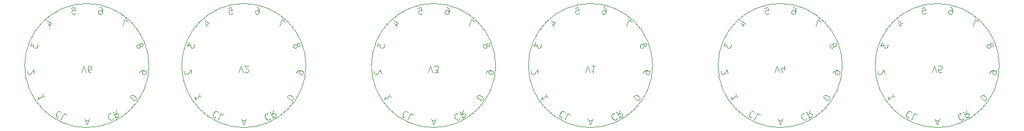
<source format=gbo>
G04 #@! TF.GenerationSoftware,KiCad,Pcbnew,8.0.5+1*
G04 #@! TF.CreationDate,2024-11-03T00:00:47+00:00*
G04 #@! TF.ProjectId,nixie_clock,6e697869-655f-4636-9c6f-636b2e6b6963,rev?*
G04 #@! TF.SameCoordinates,Original*
G04 #@! TF.FileFunction,Legend,Bot*
G04 #@! TF.FilePolarity,Positive*
%FSLAX46Y46*%
G04 Gerber Fmt 4.6, Leading zero omitted, Abs format (unit mm)*
G04 Created by KiCad (PCBNEW 8.0.5+1) date 2024-11-03 00:00:47*
%MOMM*%
%LPD*%
G01*
G04 APERTURE LIST*
%ADD10C,0.100000*%
%ADD11O,1.800000X1.800000*%
%ADD12O,1.500000X1.500000*%
%ADD13O,2.000000X3.000000*%
%ADD14C,2.000000*%
G04 APERTURE END LIST*
D10*
X183190476Y-101042580D02*
X183523809Y-100042580D01*
X183523809Y-100042580D02*
X183857142Y-101042580D01*
X184619047Y-100709247D02*
X184619047Y-100042580D01*
X184380952Y-101090200D02*
X184142857Y-100375914D01*
X184142857Y-100375914D02*
X184761904Y-100375914D01*
X181584434Y-91194636D02*
X182046786Y-91080670D01*
X182046786Y-91080670D02*
X182206988Y-91531625D01*
X182206988Y-91531625D02*
X182149356Y-91496786D01*
X182149356Y-91496786D02*
X182045489Y-91473344D01*
X182045489Y-91473344D02*
X181814313Y-91530328D01*
X181814313Y-91530328D02*
X181733239Y-91599356D01*
X181733239Y-91599356D02*
X181698401Y-91656988D01*
X181698401Y-91656988D02*
X181674959Y-91760855D01*
X181674959Y-91760855D02*
X181731942Y-91992031D01*
X181731942Y-91992031D02*
X181800971Y-92073104D01*
X181800971Y-92073104D02*
X181858603Y-92107943D01*
X181858603Y-92107943D02*
X181962470Y-92131385D01*
X181962470Y-92131385D02*
X182193646Y-92074401D01*
X182193646Y-92074401D02*
X182274719Y-92005373D01*
X182274719Y-92005373D02*
X182309558Y-91947741D01*
X185999447Y-91092066D02*
X186184388Y-91137653D01*
X186184388Y-91137653D02*
X186265462Y-91206681D01*
X186265462Y-91206681D02*
X186300300Y-91264313D01*
X186300300Y-91264313D02*
X186358580Y-91425812D01*
X186358580Y-91425812D02*
X186359229Y-91622149D01*
X186359229Y-91622149D02*
X186268056Y-91992031D01*
X186268056Y-91992031D02*
X186199027Y-92073104D01*
X186199027Y-92073104D02*
X186141395Y-92107943D01*
X186141395Y-92107943D02*
X186037528Y-92131384D01*
X186037528Y-92131384D02*
X185852588Y-92085798D01*
X185852588Y-92085798D02*
X185771514Y-92016769D01*
X185771514Y-92016769D02*
X185736676Y-91959138D01*
X185736676Y-91959138D02*
X185713234Y-91855271D01*
X185713234Y-91855271D02*
X185770217Y-91624095D01*
X185770217Y-91624095D02*
X185839246Y-91543021D01*
X185839246Y-91543021D02*
X185896877Y-91508183D01*
X185896877Y-91508183D02*
X186000744Y-91484741D01*
X186000744Y-91484741D02*
X186185685Y-91530327D01*
X186185685Y-91530327D02*
X186266759Y-91599356D01*
X186266759Y-91599356D02*
X186301597Y-91656988D01*
X186301597Y-91656988D02*
X186325039Y-91760855D01*
X178025757Y-93543726D02*
X178467843Y-94042729D01*
X177951351Y-93100694D02*
X178603231Y-93477452D01*
X178603231Y-93477452D02*
X178139871Y-93887961D01*
X191484794Y-105224255D02*
X191538896Y-105145877D01*
X191538896Y-105145877D02*
X191553809Y-105040447D01*
X191553809Y-105040447D02*
X191541670Y-104974206D01*
X191541670Y-104974206D02*
X191490343Y-104880914D01*
X191490343Y-104880914D02*
X191360636Y-104733521D01*
X191360636Y-104733521D02*
X191164689Y-104598265D01*
X191164689Y-104598265D02*
X190980880Y-104529250D01*
X190980880Y-104529250D02*
X190875450Y-104514337D01*
X190875450Y-104514337D02*
X190809210Y-104526475D01*
X190809210Y-104526475D02*
X190715918Y-104577803D01*
X190715918Y-104577803D02*
X190661816Y-104656182D01*
X190661816Y-104656182D02*
X190646903Y-104761612D01*
X190646903Y-104761612D02*
X190659041Y-104827852D01*
X190659041Y-104827852D02*
X190710369Y-104921144D01*
X190710369Y-104921144D02*
X190840076Y-105068538D01*
X190840076Y-105068538D02*
X191036023Y-105203794D01*
X191036023Y-105203794D02*
X191219832Y-105272809D01*
X191219832Y-105272809D02*
X191325261Y-105287721D01*
X191325261Y-105287721D02*
X191391502Y-105275583D01*
X191391502Y-105275583D02*
X191484794Y-105224255D01*
X177473439Y-104852130D02*
X177148826Y-104381857D01*
X177311132Y-104616993D02*
X176488155Y-105185067D01*
X176488155Y-105185067D02*
X176551621Y-105025535D01*
X176551621Y-105025535D02*
X176575897Y-104893054D01*
X176575897Y-104893054D02*
X176560984Y-104787624D01*
X187652674Y-107369462D02*
X187588380Y-107349427D01*
X187588380Y-107349427D02*
X187439756Y-107373651D01*
X187439756Y-107373651D02*
X187355427Y-107417910D01*
X187355427Y-107417910D02*
X187251062Y-107526463D01*
X187251062Y-107526463D02*
X187210992Y-107655051D01*
X187210992Y-107655051D02*
X187213086Y-107761510D01*
X187213086Y-107761510D02*
X187259439Y-107952298D01*
X187259439Y-107952298D02*
X187325827Y-108078792D01*
X187325827Y-108078792D02*
X187456510Y-108225321D01*
X187456510Y-108225321D02*
X187542933Y-108287521D01*
X187542933Y-108287521D02*
X187671522Y-108327592D01*
X187671522Y-108327592D02*
X187820145Y-108303368D01*
X187820145Y-108303368D02*
X187904475Y-108259109D01*
X187904475Y-108259109D02*
X188008839Y-108150556D01*
X188008839Y-108150556D02*
X188028874Y-108086262D01*
X188493873Y-106820415D02*
X188420015Y-107396968D01*
X187987897Y-107085968D02*
X188452616Y-107971426D01*
X188452616Y-107971426D02*
X188789933Y-107794391D01*
X188789933Y-107794391D02*
X188852133Y-107707967D01*
X188852133Y-107707967D02*
X188872168Y-107643673D01*
X188872168Y-107643673D02*
X188870074Y-107537214D01*
X188870074Y-107537214D02*
X188803686Y-107410720D01*
X188803686Y-107410720D02*
X188717262Y-107348520D01*
X188717262Y-107348520D02*
X188652968Y-107328485D01*
X188652968Y-107328485D02*
X188546509Y-107330579D01*
X188546509Y-107330579D02*
X188209192Y-107507615D01*
X192045359Y-101168759D02*
X192068321Y-100979672D01*
X192068321Y-100979672D02*
X192127074Y-100890869D01*
X192127074Y-100890869D02*
X192180086Y-100849338D01*
X192180086Y-100849338D02*
X192333383Y-100772016D01*
X192333383Y-100772016D02*
X192528211Y-100747707D01*
X192528211Y-100747707D02*
X192906385Y-100793632D01*
X192906385Y-100793632D02*
X192995187Y-100852385D01*
X192995187Y-100852385D02*
X193036719Y-100905397D01*
X193036719Y-100905397D02*
X193072509Y-101005681D01*
X193072509Y-101005681D02*
X193049547Y-101194768D01*
X193049547Y-101194768D02*
X192990794Y-101283571D01*
X192990794Y-101283571D02*
X192937781Y-101325103D01*
X192937781Y-101325103D02*
X192837497Y-101360893D01*
X192837497Y-101360893D02*
X192601139Y-101332190D01*
X192601139Y-101332190D02*
X192512336Y-101273437D01*
X192512336Y-101273437D02*
X192470804Y-101220425D01*
X192470804Y-101220425D02*
X192435014Y-101120141D01*
X192435014Y-101120141D02*
X192457976Y-100931054D01*
X192457976Y-100931054D02*
X192516729Y-100842251D01*
X192516729Y-100842251D02*
X192569742Y-100800719D01*
X192569742Y-100800719D02*
X192670026Y-100764929D01*
X183761905Y-108413295D02*
X184238095Y-108413295D01*
X183666667Y-108127580D02*
X184000000Y-109127580D01*
X184000000Y-109127580D02*
X184333333Y-108127580D01*
X192167487Y-97004340D02*
X192245783Y-97076503D01*
X192245783Y-97076503D02*
X192307194Y-97104142D01*
X192307194Y-97104142D02*
X192413129Y-97114895D01*
X192413129Y-97114895D02*
X192457653Y-97098010D01*
X192457653Y-97098010D02*
X192529817Y-97019713D01*
X192529817Y-97019713D02*
X192557456Y-96958303D01*
X192557456Y-96958303D02*
X192568209Y-96852368D01*
X192568209Y-96852368D02*
X192500666Y-96674269D01*
X192500666Y-96674269D02*
X192422370Y-96602106D01*
X192422370Y-96602106D02*
X192360959Y-96574467D01*
X192360959Y-96574467D02*
X192255024Y-96563714D01*
X192255024Y-96563714D02*
X192210500Y-96580600D01*
X192210500Y-96580600D02*
X192138336Y-96658896D01*
X192138336Y-96658896D02*
X192110697Y-96720306D01*
X192110697Y-96720306D02*
X192099944Y-96826241D01*
X192099944Y-96826241D02*
X192167487Y-97004340D01*
X192167487Y-97004340D02*
X192156734Y-97110275D01*
X192156734Y-97110275D02*
X192129095Y-97171685D01*
X192129095Y-97171685D02*
X192056932Y-97249981D01*
X192056932Y-97249981D02*
X191878833Y-97317525D01*
X191878833Y-97317525D02*
X191772898Y-97306771D01*
X191772898Y-97306771D02*
X191711487Y-97279133D01*
X191711487Y-97279133D02*
X191633191Y-97206969D01*
X191633191Y-97206969D02*
X191565648Y-97028870D01*
X191565648Y-97028870D02*
X191576401Y-96922935D01*
X191576401Y-96922935D02*
X191604040Y-96861525D01*
X191604040Y-96861525D02*
X191676204Y-96783229D01*
X191676204Y-96783229D02*
X191854302Y-96715686D01*
X191854302Y-96715686D02*
X191960237Y-96726439D01*
X191960237Y-96726439D02*
X192021648Y-96754078D01*
X192021648Y-96754078D02*
X192099944Y-96826241D01*
X180094337Y-107236686D02*
X180074302Y-107172391D01*
X180074302Y-107172391D02*
X179969937Y-107063838D01*
X179969937Y-107063838D02*
X179885608Y-107019580D01*
X179885608Y-107019580D02*
X179736984Y-106995356D01*
X179736984Y-106995356D02*
X179608396Y-107035426D01*
X179608396Y-107035426D02*
X179521972Y-107097626D01*
X179521972Y-107097626D02*
X179391290Y-107244156D01*
X179391290Y-107244156D02*
X179324901Y-107370650D01*
X179324901Y-107370650D02*
X179278548Y-107561438D01*
X179278548Y-107561438D02*
X179276454Y-107667897D01*
X179276454Y-107667897D02*
X179316525Y-107796485D01*
X179316525Y-107796485D02*
X179420889Y-107905038D01*
X179420889Y-107905038D02*
X179505219Y-107949297D01*
X179505219Y-107949297D02*
X179653842Y-107973521D01*
X179653842Y-107973521D02*
X179718136Y-107953485D01*
X180939725Y-107572816D02*
X180518078Y-107351521D01*
X180518078Y-107351521D02*
X180053360Y-108236980D01*
X175583762Y-96451647D02*
X175364247Y-97030467D01*
X175364247Y-97030467D02*
X175838644Y-96853881D01*
X175838644Y-96853881D02*
X175787987Y-96987455D01*
X175787987Y-96987455D02*
X175798740Y-97093390D01*
X175798740Y-97093390D02*
X175826379Y-97154800D01*
X175826379Y-97154800D02*
X175898542Y-97233097D01*
X175898542Y-97233097D02*
X176121166Y-97317525D01*
X176121166Y-97317525D02*
X176227101Y-97306772D01*
X176227101Y-97306772D02*
X176288511Y-97279133D01*
X176288511Y-97279133D02*
X176366807Y-97206970D01*
X176366807Y-97206970D02*
X176468122Y-96939822D01*
X176468122Y-96939822D02*
X176457369Y-96833887D01*
X176457369Y-96833887D02*
X176429730Y-96772477D01*
X174999071Y-100805114D02*
X174957540Y-100858126D01*
X174957540Y-100858126D02*
X174921749Y-100958411D01*
X174921749Y-100958411D02*
X174950452Y-101194769D01*
X174950452Y-101194769D02*
X175009205Y-101283572D01*
X175009205Y-101283572D02*
X175062218Y-101325103D01*
X175062218Y-101325103D02*
X175162502Y-101360894D01*
X175162502Y-101360894D02*
X175257045Y-101349413D01*
X175257045Y-101349413D02*
X175393120Y-101284919D01*
X175393120Y-101284919D02*
X175891494Y-100648771D01*
X175891494Y-100648771D02*
X175966122Y-101263304D01*
X190302214Y-93388957D02*
X189803211Y-92946871D01*
X189803211Y-92946871D02*
X189460869Y-93979573D01*
X207190476Y-101042580D02*
X207523809Y-100042580D01*
X207523809Y-100042580D02*
X207857142Y-101042580D01*
X208666666Y-101042580D02*
X208190476Y-101042580D01*
X208190476Y-101042580D02*
X208142857Y-100566390D01*
X208142857Y-100566390D02*
X208190476Y-100614009D01*
X208190476Y-100614009D02*
X208285714Y-100661628D01*
X208285714Y-100661628D02*
X208523809Y-100661628D01*
X208523809Y-100661628D02*
X208619047Y-100614009D01*
X208619047Y-100614009D02*
X208666666Y-100566390D01*
X208666666Y-100566390D02*
X208714285Y-100471152D01*
X208714285Y-100471152D02*
X208714285Y-100233057D01*
X208714285Y-100233057D02*
X208666666Y-100137819D01*
X208666666Y-100137819D02*
X208619047Y-100090200D01*
X208619047Y-100090200D02*
X208523809Y-100042580D01*
X208523809Y-100042580D02*
X208285714Y-100042580D01*
X208285714Y-100042580D02*
X208190476Y-100090200D01*
X208190476Y-100090200D02*
X208142857Y-100137819D01*
X214302214Y-93388957D02*
X213803211Y-92946871D01*
X213803211Y-92946871D02*
X213460869Y-93979573D01*
X198999071Y-100805114D02*
X198957540Y-100858126D01*
X198957540Y-100858126D02*
X198921749Y-100958411D01*
X198921749Y-100958411D02*
X198950452Y-101194769D01*
X198950452Y-101194769D02*
X199009205Y-101283572D01*
X199009205Y-101283572D02*
X199062218Y-101325103D01*
X199062218Y-101325103D02*
X199162502Y-101360894D01*
X199162502Y-101360894D02*
X199257045Y-101349413D01*
X199257045Y-101349413D02*
X199393120Y-101284919D01*
X199393120Y-101284919D02*
X199891494Y-100648771D01*
X199891494Y-100648771D02*
X199966122Y-101263304D01*
X205584434Y-91194636D02*
X206046786Y-91080670D01*
X206046786Y-91080670D02*
X206206988Y-91531625D01*
X206206988Y-91531625D02*
X206149356Y-91496786D01*
X206149356Y-91496786D02*
X206045489Y-91473344D01*
X206045489Y-91473344D02*
X205814313Y-91530328D01*
X205814313Y-91530328D02*
X205733239Y-91599356D01*
X205733239Y-91599356D02*
X205698401Y-91656988D01*
X205698401Y-91656988D02*
X205674959Y-91760855D01*
X205674959Y-91760855D02*
X205731942Y-91992031D01*
X205731942Y-91992031D02*
X205800971Y-92073104D01*
X205800971Y-92073104D02*
X205858603Y-92107943D01*
X205858603Y-92107943D02*
X205962470Y-92131385D01*
X205962470Y-92131385D02*
X206193646Y-92074401D01*
X206193646Y-92074401D02*
X206274719Y-92005373D01*
X206274719Y-92005373D02*
X206309558Y-91947741D01*
X204094337Y-107236686D02*
X204074302Y-107172391D01*
X204074302Y-107172391D02*
X203969937Y-107063838D01*
X203969937Y-107063838D02*
X203885608Y-107019580D01*
X203885608Y-107019580D02*
X203736984Y-106995356D01*
X203736984Y-106995356D02*
X203608396Y-107035426D01*
X203608396Y-107035426D02*
X203521972Y-107097626D01*
X203521972Y-107097626D02*
X203391290Y-107244156D01*
X203391290Y-107244156D02*
X203324901Y-107370650D01*
X203324901Y-107370650D02*
X203278548Y-107561438D01*
X203278548Y-107561438D02*
X203276454Y-107667897D01*
X203276454Y-107667897D02*
X203316525Y-107796485D01*
X203316525Y-107796485D02*
X203420889Y-107905038D01*
X203420889Y-107905038D02*
X203505219Y-107949297D01*
X203505219Y-107949297D02*
X203653842Y-107973521D01*
X203653842Y-107973521D02*
X203718136Y-107953485D01*
X204939725Y-107572816D02*
X204518078Y-107351521D01*
X204518078Y-107351521D02*
X204053360Y-108236980D01*
X215484794Y-105224255D02*
X215538896Y-105145877D01*
X215538896Y-105145877D02*
X215553809Y-105040447D01*
X215553809Y-105040447D02*
X215541670Y-104974206D01*
X215541670Y-104974206D02*
X215490343Y-104880914D01*
X215490343Y-104880914D02*
X215360636Y-104733521D01*
X215360636Y-104733521D02*
X215164689Y-104598265D01*
X215164689Y-104598265D02*
X214980880Y-104529250D01*
X214980880Y-104529250D02*
X214875450Y-104514337D01*
X214875450Y-104514337D02*
X214809210Y-104526475D01*
X214809210Y-104526475D02*
X214715918Y-104577803D01*
X214715918Y-104577803D02*
X214661816Y-104656182D01*
X214661816Y-104656182D02*
X214646903Y-104761612D01*
X214646903Y-104761612D02*
X214659041Y-104827852D01*
X214659041Y-104827852D02*
X214710369Y-104921144D01*
X214710369Y-104921144D02*
X214840076Y-105068538D01*
X214840076Y-105068538D02*
X215036023Y-105203794D01*
X215036023Y-105203794D02*
X215219832Y-105272809D01*
X215219832Y-105272809D02*
X215325261Y-105287721D01*
X215325261Y-105287721D02*
X215391502Y-105275583D01*
X215391502Y-105275583D02*
X215484794Y-105224255D01*
X202025757Y-93543726D02*
X202467843Y-94042729D01*
X201951351Y-93100694D02*
X202603231Y-93477452D01*
X202603231Y-93477452D02*
X202139871Y-93887961D01*
X207761905Y-108413295D02*
X208238095Y-108413295D01*
X207666667Y-108127580D02*
X208000000Y-109127580D01*
X208000000Y-109127580D02*
X208333333Y-108127580D01*
X209999447Y-91092066D02*
X210184388Y-91137653D01*
X210184388Y-91137653D02*
X210265462Y-91206681D01*
X210265462Y-91206681D02*
X210300300Y-91264313D01*
X210300300Y-91264313D02*
X210358580Y-91425812D01*
X210358580Y-91425812D02*
X210359229Y-91622149D01*
X210359229Y-91622149D02*
X210268056Y-91992031D01*
X210268056Y-91992031D02*
X210199027Y-92073104D01*
X210199027Y-92073104D02*
X210141395Y-92107943D01*
X210141395Y-92107943D02*
X210037528Y-92131384D01*
X210037528Y-92131384D02*
X209852588Y-92085798D01*
X209852588Y-92085798D02*
X209771514Y-92016769D01*
X209771514Y-92016769D02*
X209736676Y-91959138D01*
X209736676Y-91959138D02*
X209713234Y-91855271D01*
X209713234Y-91855271D02*
X209770217Y-91624095D01*
X209770217Y-91624095D02*
X209839246Y-91543021D01*
X209839246Y-91543021D02*
X209896877Y-91508183D01*
X209896877Y-91508183D02*
X210000744Y-91484741D01*
X210000744Y-91484741D02*
X210185685Y-91530327D01*
X210185685Y-91530327D02*
X210266759Y-91599356D01*
X210266759Y-91599356D02*
X210301597Y-91656988D01*
X210301597Y-91656988D02*
X210325039Y-91760855D01*
X199583762Y-96451647D02*
X199364247Y-97030467D01*
X199364247Y-97030467D02*
X199838644Y-96853881D01*
X199838644Y-96853881D02*
X199787987Y-96987455D01*
X199787987Y-96987455D02*
X199798740Y-97093390D01*
X199798740Y-97093390D02*
X199826379Y-97154800D01*
X199826379Y-97154800D02*
X199898542Y-97233097D01*
X199898542Y-97233097D02*
X200121166Y-97317525D01*
X200121166Y-97317525D02*
X200227101Y-97306772D01*
X200227101Y-97306772D02*
X200288511Y-97279133D01*
X200288511Y-97279133D02*
X200366807Y-97206970D01*
X200366807Y-97206970D02*
X200468122Y-96939822D01*
X200468122Y-96939822D02*
X200457369Y-96833887D01*
X200457369Y-96833887D02*
X200429730Y-96772477D01*
X216045359Y-101168759D02*
X216068321Y-100979672D01*
X216068321Y-100979672D02*
X216127074Y-100890869D01*
X216127074Y-100890869D02*
X216180086Y-100849338D01*
X216180086Y-100849338D02*
X216333383Y-100772016D01*
X216333383Y-100772016D02*
X216528211Y-100747707D01*
X216528211Y-100747707D02*
X216906385Y-100793632D01*
X216906385Y-100793632D02*
X216995187Y-100852385D01*
X216995187Y-100852385D02*
X217036719Y-100905397D01*
X217036719Y-100905397D02*
X217072509Y-101005681D01*
X217072509Y-101005681D02*
X217049547Y-101194768D01*
X217049547Y-101194768D02*
X216990794Y-101283571D01*
X216990794Y-101283571D02*
X216937781Y-101325103D01*
X216937781Y-101325103D02*
X216837497Y-101360893D01*
X216837497Y-101360893D02*
X216601139Y-101332190D01*
X216601139Y-101332190D02*
X216512336Y-101273437D01*
X216512336Y-101273437D02*
X216470804Y-101220425D01*
X216470804Y-101220425D02*
X216435014Y-101120141D01*
X216435014Y-101120141D02*
X216457976Y-100931054D01*
X216457976Y-100931054D02*
X216516729Y-100842251D01*
X216516729Y-100842251D02*
X216569742Y-100800719D01*
X216569742Y-100800719D02*
X216670026Y-100764929D01*
X201473439Y-104852130D02*
X201148826Y-104381857D01*
X201311132Y-104616993D02*
X200488155Y-105185067D01*
X200488155Y-105185067D02*
X200551621Y-105025535D01*
X200551621Y-105025535D02*
X200575897Y-104893054D01*
X200575897Y-104893054D02*
X200560984Y-104787624D01*
X216167487Y-97004340D02*
X216245783Y-97076503D01*
X216245783Y-97076503D02*
X216307194Y-97104142D01*
X216307194Y-97104142D02*
X216413129Y-97114895D01*
X216413129Y-97114895D02*
X216457653Y-97098010D01*
X216457653Y-97098010D02*
X216529817Y-97019713D01*
X216529817Y-97019713D02*
X216557456Y-96958303D01*
X216557456Y-96958303D02*
X216568209Y-96852368D01*
X216568209Y-96852368D02*
X216500666Y-96674269D01*
X216500666Y-96674269D02*
X216422370Y-96602106D01*
X216422370Y-96602106D02*
X216360959Y-96574467D01*
X216360959Y-96574467D02*
X216255024Y-96563714D01*
X216255024Y-96563714D02*
X216210500Y-96580600D01*
X216210500Y-96580600D02*
X216138336Y-96658896D01*
X216138336Y-96658896D02*
X216110697Y-96720306D01*
X216110697Y-96720306D02*
X216099944Y-96826241D01*
X216099944Y-96826241D02*
X216167487Y-97004340D01*
X216167487Y-97004340D02*
X216156734Y-97110275D01*
X216156734Y-97110275D02*
X216129095Y-97171685D01*
X216129095Y-97171685D02*
X216056932Y-97249981D01*
X216056932Y-97249981D02*
X215878833Y-97317525D01*
X215878833Y-97317525D02*
X215772898Y-97306771D01*
X215772898Y-97306771D02*
X215711487Y-97279133D01*
X215711487Y-97279133D02*
X215633191Y-97206969D01*
X215633191Y-97206969D02*
X215565648Y-97028870D01*
X215565648Y-97028870D02*
X215576401Y-96922935D01*
X215576401Y-96922935D02*
X215604040Y-96861525D01*
X215604040Y-96861525D02*
X215676204Y-96783229D01*
X215676204Y-96783229D02*
X215854302Y-96715686D01*
X215854302Y-96715686D02*
X215960237Y-96726439D01*
X215960237Y-96726439D02*
X216021648Y-96754078D01*
X216021648Y-96754078D02*
X216099944Y-96826241D01*
X211652674Y-107369462D02*
X211588380Y-107349427D01*
X211588380Y-107349427D02*
X211439756Y-107373651D01*
X211439756Y-107373651D02*
X211355427Y-107417910D01*
X211355427Y-107417910D02*
X211251062Y-107526463D01*
X211251062Y-107526463D02*
X211210992Y-107655051D01*
X211210992Y-107655051D02*
X211213086Y-107761510D01*
X211213086Y-107761510D02*
X211259439Y-107952298D01*
X211259439Y-107952298D02*
X211325827Y-108078792D01*
X211325827Y-108078792D02*
X211456510Y-108225321D01*
X211456510Y-108225321D02*
X211542933Y-108287521D01*
X211542933Y-108287521D02*
X211671522Y-108327592D01*
X211671522Y-108327592D02*
X211820145Y-108303368D01*
X211820145Y-108303368D02*
X211904475Y-108259109D01*
X211904475Y-108259109D02*
X212008839Y-108150556D01*
X212008839Y-108150556D02*
X212028874Y-108086262D01*
X212493873Y-106820415D02*
X212420015Y-107396968D01*
X211987897Y-107085968D02*
X212452616Y-107971426D01*
X212452616Y-107971426D02*
X212789933Y-107794391D01*
X212789933Y-107794391D02*
X212852133Y-107707967D01*
X212852133Y-107707967D02*
X212872168Y-107643673D01*
X212872168Y-107643673D02*
X212870074Y-107537214D01*
X212870074Y-107537214D02*
X212803686Y-107410720D01*
X212803686Y-107410720D02*
X212717262Y-107348520D01*
X212717262Y-107348520D02*
X212652968Y-107328485D01*
X212652968Y-107328485D02*
X212546509Y-107330579D01*
X212546509Y-107330579D02*
X212209192Y-107507615D01*
X101190476Y-101042580D02*
X101523809Y-100042580D01*
X101523809Y-100042580D02*
X101857142Y-101042580D01*
X102142857Y-100947342D02*
X102190476Y-100994961D01*
X102190476Y-100994961D02*
X102285714Y-101042580D01*
X102285714Y-101042580D02*
X102523809Y-101042580D01*
X102523809Y-101042580D02*
X102619047Y-100994961D01*
X102619047Y-100994961D02*
X102666666Y-100947342D01*
X102666666Y-100947342D02*
X102714285Y-100852104D01*
X102714285Y-100852104D02*
X102714285Y-100756866D01*
X102714285Y-100756866D02*
X102666666Y-100614009D01*
X102666666Y-100614009D02*
X102095238Y-100042580D01*
X102095238Y-100042580D02*
X102714285Y-100042580D01*
X101761905Y-108413295D02*
X102238095Y-108413295D01*
X101666667Y-108127580D02*
X102000000Y-109127580D01*
X102000000Y-109127580D02*
X102333333Y-108127580D01*
X109484794Y-105224255D02*
X109538896Y-105145877D01*
X109538896Y-105145877D02*
X109553809Y-105040447D01*
X109553809Y-105040447D02*
X109541670Y-104974206D01*
X109541670Y-104974206D02*
X109490343Y-104880914D01*
X109490343Y-104880914D02*
X109360636Y-104733521D01*
X109360636Y-104733521D02*
X109164689Y-104598265D01*
X109164689Y-104598265D02*
X108980880Y-104529250D01*
X108980880Y-104529250D02*
X108875450Y-104514337D01*
X108875450Y-104514337D02*
X108809210Y-104526475D01*
X108809210Y-104526475D02*
X108715918Y-104577803D01*
X108715918Y-104577803D02*
X108661816Y-104656182D01*
X108661816Y-104656182D02*
X108646903Y-104761612D01*
X108646903Y-104761612D02*
X108659041Y-104827852D01*
X108659041Y-104827852D02*
X108710369Y-104921144D01*
X108710369Y-104921144D02*
X108840076Y-105068538D01*
X108840076Y-105068538D02*
X109036023Y-105203794D01*
X109036023Y-105203794D02*
X109219832Y-105272809D01*
X109219832Y-105272809D02*
X109325261Y-105287721D01*
X109325261Y-105287721D02*
X109391502Y-105275583D01*
X109391502Y-105275583D02*
X109484794Y-105224255D01*
X98094337Y-107236686D02*
X98074302Y-107172391D01*
X98074302Y-107172391D02*
X97969937Y-107063838D01*
X97969937Y-107063838D02*
X97885608Y-107019580D01*
X97885608Y-107019580D02*
X97736984Y-106995356D01*
X97736984Y-106995356D02*
X97608396Y-107035426D01*
X97608396Y-107035426D02*
X97521972Y-107097626D01*
X97521972Y-107097626D02*
X97391290Y-107244156D01*
X97391290Y-107244156D02*
X97324901Y-107370650D01*
X97324901Y-107370650D02*
X97278548Y-107561438D01*
X97278548Y-107561438D02*
X97276454Y-107667897D01*
X97276454Y-107667897D02*
X97316525Y-107796485D01*
X97316525Y-107796485D02*
X97420889Y-107905038D01*
X97420889Y-107905038D02*
X97505219Y-107949297D01*
X97505219Y-107949297D02*
X97653842Y-107973521D01*
X97653842Y-107973521D02*
X97718136Y-107953485D01*
X98939725Y-107572816D02*
X98518078Y-107351521D01*
X98518078Y-107351521D02*
X98053360Y-108236980D01*
X110167487Y-97004340D02*
X110245783Y-97076503D01*
X110245783Y-97076503D02*
X110307194Y-97104142D01*
X110307194Y-97104142D02*
X110413129Y-97114895D01*
X110413129Y-97114895D02*
X110457653Y-97098010D01*
X110457653Y-97098010D02*
X110529817Y-97019713D01*
X110529817Y-97019713D02*
X110557456Y-96958303D01*
X110557456Y-96958303D02*
X110568209Y-96852368D01*
X110568209Y-96852368D02*
X110500666Y-96674269D01*
X110500666Y-96674269D02*
X110422370Y-96602106D01*
X110422370Y-96602106D02*
X110360959Y-96574467D01*
X110360959Y-96574467D02*
X110255024Y-96563714D01*
X110255024Y-96563714D02*
X110210500Y-96580600D01*
X110210500Y-96580600D02*
X110138336Y-96658896D01*
X110138336Y-96658896D02*
X110110697Y-96720306D01*
X110110697Y-96720306D02*
X110099944Y-96826241D01*
X110099944Y-96826241D02*
X110167487Y-97004340D01*
X110167487Y-97004340D02*
X110156734Y-97110275D01*
X110156734Y-97110275D02*
X110129095Y-97171685D01*
X110129095Y-97171685D02*
X110056932Y-97249981D01*
X110056932Y-97249981D02*
X109878833Y-97317525D01*
X109878833Y-97317525D02*
X109772898Y-97306771D01*
X109772898Y-97306771D02*
X109711487Y-97279133D01*
X109711487Y-97279133D02*
X109633191Y-97206969D01*
X109633191Y-97206969D02*
X109565648Y-97028870D01*
X109565648Y-97028870D02*
X109576401Y-96922935D01*
X109576401Y-96922935D02*
X109604040Y-96861525D01*
X109604040Y-96861525D02*
X109676204Y-96783229D01*
X109676204Y-96783229D02*
X109854302Y-96715686D01*
X109854302Y-96715686D02*
X109960237Y-96726439D01*
X109960237Y-96726439D02*
X110021648Y-96754078D01*
X110021648Y-96754078D02*
X110099944Y-96826241D01*
X105652674Y-107369462D02*
X105588380Y-107349427D01*
X105588380Y-107349427D02*
X105439756Y-107373651D01*
X105439756Y-107373651D02*
X105355427Y-107417910D01*
X105355427Y-107417910D02*
X105251062Y-107526463D01*
X105251062Y-107526463D02*
X105210992Y-107655051D01*
X105210992Y-107655051D02*
X105213086Y-107761510D01*
X105213086Y-107761510D02*
X105259439Y-107952298D01*
X105259439Y-107952298D02*
X105325827Y-108078792D01*
X105325827Y-108078792D02*
X105456510Y-108225321D01*
X105456510Y-108225321D02*
X105542933Y-108287521D01*
X105542933Y-108287521D02*
X105671522Y-108327592D01*
X105671522Y-108327592D02*
X105820145Y-108303368D01*
X105820145Y-108303368D02*
X105904475Y-108259109D01*
X105904475Y-108259109D02*
X106008839Y-108150556D01*
X106008839Y-108150556D02*
X106028874Y-108086262D01*
X106493873Y-106820415D02*
X106420015Y-107396968D01*
X105987897Y-107085968D02*
X106452616Y-107971426D01*
X106452616Y-107971426D02*
X106789933Y-107794391D01*
X106789933Y-107794391D02*
X106852133Y-107707967D01*
X106852133Y-107707967D02*
X106872168Y-107643673D01*
X106872168Y-107643673D02*
X106870074Y-107537214D01*
X106870074Y-107537214D02*
X106803686Y-107410720D01*
X106803686Y-107410720D02*
X106717262Y-107348520D01*
X106717262Y-107348520D02*
X106652968Y-107328485D01*
X106652968Y-107328485D02*
X106546509Y-107330579D01*
X106546509Y-107330579D02*
X106209192Y-107507615D01*
X110045359Y-101168759D02*
X110068321Y-100979672D01*
X110068321Y-100979672D02*
X110127074Y-100890869D01*
X110127074Y-100890869D02*
X110180086Y-100849338D01*
X110180086Y-100849338D02*
X110333383Y-100772016D01*
X110333383Y-100772016D02*
X110528211Y-100747707D01*
X110528211Y-100747707D02*
X110906385Y-100793632D01*
X110906385Y-100793632D02*
X110995187Y-100852385D01*
X110995187Y-100852385D02*
X111036719Y-100905397D01*
X111036719Y-100905397D02*
X111072509Y-101005681D01*
X111072509Y-101005681D02*
X111049547Y-101194768D01*
X111049547Y-101194768D02*
X110990794Y-101283571D01*
X110990794Y-101283571D02*
X110937781Y-101325103D01*
X110937781Y-101325103D02*
X110837497Y-101360893D01*
X110837497Y-101360893D02*
X110601139Y-101332190D01*
X110601139Y-101332190D02*
X110512336Y-101273437D01*
X110512336Y-101273437D02*
X110470804Y-101220425D01*
X110470804Y-101220425D02*
X110435014Y-101120141D01*
X110435014Y-101120141D02*
X110457976Y-100931054D01*
X110457976Y-100931054D02*
X110516729Y-100842251D01*
X110516729Y-100842251D02*
X110569742Y-100800719D01*
X110569742Y-100800719D02*
X110670026Y-100764929D01*
X99584434Y-91194636D02*
X100046786Y-91080670D01*
X100046786Y-91080670D02*
X100206988Y-91531625D01*
X100206988Y-91531625D02*
X100149356Y-91496786D01*
X100149356Y-91496786D02*
X100045489Y-91473344D01*
X100045489Y-91473344D02*
X99814313Y-91530328D01*
X99814313Y-91530328D02*
X99733239Y-91599356D01*
X99733239Y-91599356D02*
X99698401Y-91656988D01*
X99698401Y-91656988D02*
X99674959Y-91760855D01*
X99674959Y-91760855D02*
X99731942Y-91992031D01*
X99731942Y-91992031D02*
X99800971Y-92073104D01*
X99800971Y-92073104D02*
X99858603Y-92107943D01*
X99858603Y-92107943D02*
X99962470Y-92131385D01*
X99962470Y-92131385D02*
X100193646Y-92074401D01*
X100193646Y-92074401D02*
X100274719Y-92005373D01*
X100274719Y-92005373D02*
X100309558Y-91947741D01*
X92999071Y-100805114D02*
X92957540Y-100858126D01*
X92957540Y-100858126D02*
X92921749Y-100958411D01*
X92921749Y-100958411D02*
X92950452Y-101194769D01*
X92950452Y-101194769D02*
X93009205Y-101283572D01*
X93009205Y-101283572D02*
X93062218Y-101325103D01*
X93062218Y-101325103D02*
X93162502Y-101360894D01*
X93162502Y-101360894D02*
X93257045Y-101349413D01*
X93257045Y-101349413D02*
X93393120Y-101284919D01*
X93393120Y-101284919D02*
X93891494Y-100648771D01*
X93891494Y-100648771D02*
X93966122Y-101263304D01*
X103999447Y-91092066D02*
X104184388Y-91137653D01*
X104184388Y-91137653D02*
X104265462Y-91206681D01*
X104265462Y-91206681D02*
X104300300Y-91264313D01*
X104300300Y-91264313D02*
X104358580Y-91425812D01*
X104358580Y-91425812D02*
X104359229Y-91622149D01*
X104359229Y-91622149D02*
X104268056Y-91992031D01*
X104268056Y-91992031D02*
X104199027Y-92073104D01*
X104199027Y-92073104D02*
X104141395Y-92107943D01*
X104141395Y-92107943D02*
X104037528Y-92131384D01*
X104037528Y-92131384D02*
X103852588Y-92085798D01*
X103852588Y-92085798D02*
X103771514Y-92016769D01*
X103771514Y-92016769D02*
X103736676Y-91959138D01*
X103736676Y-91959138D02*
X103713234Y-91855271D01*
X103713234Y-91855271D02*
X103770217Y-91624095D01*
X103770217Y-91624095D02*
X103839246Y-91543021D01*
X103839246Y-91543021D02*
X103896877Y-91508183D01*
X103896877Y-91508183D02*
X104000744Y-91484741D01*
X104000744Y-91484741D02*
X104185685Y-91530327D01*
X104185685Y-91530327D02*
X104266759Y-91599356D01*
X104266759Y-91599356D02*
X104301597Y-91656988D01*
X104301597Y-91656988D02*
X104325039Y-91760855D01*
X108302214Y-93388957D02*
X107803211Y-92946871D01*
X107803211Y-92946871D02*
X107460869Y-93979573D01*
X93583762Y-96451647D02*
X93364247Y-97030467D01*
X93364247Y-97030467D02*
X93838644Y-96853881D01*
X93838644Y-96853881D02*
X93787987Y-96987455D01*
X93787987Y-96987455D02*
X93798740Y-97093390D01*
X93798740Y-97093390D02*
X93826379Y-97154800D01*
X93826379Y-97154800D02*
X93898542Y-97233097D01*
X93898542Y-97233097D02*
X94121166Y-97317525D01*
X94121166Y-97317525D02*
X94227101Y-97306772D01*
X94227101Y-97306772D02*
X94288511Y-97279133D01*
X94288511Y-97279133D02*
X94366807Y-97206970D01*
X94366807Y-97206970D02*
X94468122Y-96939822D01*
X94468122Y-96939822D02*
X94457369Y-96833887D01*
X94457369Y-96833887D02*
X94429730Y-96772477D01*
X96025757Y-93543726D02*
X96467843Y-94042729D01*
X95951351Y-93100694D02*
X96603231Y-93477452D01*
X96603231Y-93477452D02*
X96139871Y-93887961D01*
X95473439Y-104852130D02*
X95148826Y-104381857D01*
X95311132Y-104616993D02*
X94488155Y-105185067D01*
X94488155Y-105185067D02*
X94551621Y-105025535D01*
X94551621Y-105025535D02*
X94575897Y-104893054D01*
X94575897Y-104893054D02*
X94560984Y-104787624D01*
X77190476Y-101042580D02*
X77523809Y-100042580D01*
X77523809Y-100042580D02*
X77857142Y-101042580D01*
X78619047Y-101042580D02*
X78428571Y-101042580D01*
X78428571Y-101042580D02*
X78333333Y-100994961D01*
X78333333Y-100994961D02*
X78285714Y-100947342D01*
X78285714Y-100947342D02*
X78190476Y-100804485D01*
X78190476Y-100804485D02*
X78142857Y-100614009D01*
X78142857Y-100614009D02*
X78142857Y-100233057D01*
X78142857Y-100233057D02*
X78190476Y-100137819D01*
X78190476Y-100137819D02*
X78238095Y-100090200D01*
X78238095Y-100090200D02*
X78333333Y-100042580D01*
X78333333Y-100042580D02*
X78523809Y-100042580D01*
X78523809Y-100042580D02*
X78619047Y-100090200D01*
X78619047Y-100090200D02*
X78666666Y-100137819D01*
X78666666Y-100137819D02*
X78714285Y-100233057D01*
X78714285Y-100233057D02*
X78714285Y-100471152D01*
X78714285Y-100471152D02*
X78666666Y-100566390D01*
X78666666Y-100566390D02*
X78619047Y-100614009D01*
X78619047Y-100614009D02*
X78523809Y-100661628D01*
X78523809Y-100661628D02*
X78333333Y-100661628D01*
X78333333Y-100661628D02*
X78238095Y-100614009D01*
X78238095Y-100614009D02*
X78190476Y-100566390D01*
X78190476Y-100566390D02*
X78142857Y-100471152D01*
X68999071Y-100805114D02*
X68957540Y-100858126D01*
X68957540Y-100858126D02*
X68921749Y-100958411D01*
X68921749Y-100958411D02*
X68950452Y-101194769D01*
X68950452Y-101194769D02*
X69009205Y-101283572D01*
X69009205Y-101283572D02*
X69062218Y-101325103D01*
X69062218Y-101325103D02*
X69162502Y-101360894D01*
X69162502Y-101360894D02*
X69257045Y-101349413D01*
X69257045Y-101349413D02*
X69393120Y-101284919D01*
X69393120Y-101284919D02*
X69891494Y-100648771D01*
X69891494Y-100648771D02*
X69966122Y-101263304D01*
X86045359Y-101168759D02*
X86068321Y-100979672D01*
X86068321Y-100979672D02*
X86127074Y-100890869D01*
X86127074Y-100890869D02*
X86180086Y-100849338D01*
X86180086Y-100849338D02*
X86333383Y-100772016D01*
X86333383Y-100772016D02*
X86528211Y-100747707D01*
X86528211Y-100747707D02*
X86906385Y-100793632D01*
X86906385Y-100793632D02*
X86995187Y-100852385D01*
X86995187Y-100852385D02*
X87036719Y-100905397D01*
X87036719Y-100905397D02*
X87072509Y-101005681D01*
X87072509Y-101005681D02*
X87049547Y-101194768D01*
X87049547Y-101194768D02*
X86990794Y-101283571D01*
X86990794Y-101283571D02*
X86937781Y-101325103D01*
X86937781Y-101325103D02*
X86837497Y-101360893D01*
X86837497Y-101360893D02*
X86601139Y-101332190D01*
X86601139Y-101332190D02*
X86512336Y-101273437D01*
X86512336Y-101273437D02*
X86470804Y-101220425D01*
X86470804Y-101220425D02*
X86435014Y-101120141D01*
X86435014Y-101120141D02*
X86457976Y-100931054D01*
X86457976Y-100931054D02*
X86516729Y-100842251D01*
X86516729Y-100842251D02*
X86569742Y-100800719D01*
X86569742Y-100800719D02*
X86670026Y-100764929D01*
X71473439Y-104852130D02*
X71148826Y-104381857D01*
X71311132Y-104616993D02*
X70488155Y-105185067D01*
X70488155Y-105185067D02*
X70551621Y-105025535D01*
X70551621Y-105025535D02*
X70575897Y-104893054D01*
X70575897Y-104893054D02*
X70560984Y-104787624D01*
X86167487Y-97004340D02*
X86245783Y-97076503D01*
X86245783Y-97076503D02*
X86307194Y-97104142D01*
X86307194Y-97104142D02*
X86413129Y-97114895D01*
X86413129Y-97114895D02*
X86457653Y-97098010D01*
X86457653Y-97098010D02*
X86529817Y-97019713D01*
X86529817Y-97019713D02*
X86557456Y-96958303D01*
X86557456Y-96958303D02*
X86568209Y-96852368D01*
X86568209Y-96852368D02*
X86500666Y-96674269D01*
X86500666Y-96674269D02*
X86422370Y-96602106D01*
X86422370Y-96602106D02*
X86360959Y-96574467D01*
X86360959Y-96574467D02*
X86255024Y-96563714D01*
X86255024Y-96563714D02*
X86210500Y-96580600D01*
X86210500Y-96580600D02*
X86138336Y-96658896D01*
X86138336Y-96658896D02*
X86110697Y-96720306D01*
X86110697Y-96720306D02*
X86099944Y-96826241D01*
X86099944Y-96826241D02*
X86167487Y-97004340D01*
X86167487Y-97004340D02*
X86156734Y-97110275D01*
X86156734Y-97110275D02*
X86129095Y-97171685D01*
X86129095Y-97171685D02*
X86056932Y-97249981D01*
X86056932Y-97249981D02*
X85878833Y-97317525D01*
X85878833Y-97317525D02*
X85772898Y-97306771D01*
X85772898Y-97306771D02*
X85711487Y-97279133D01*
X85711487Y-97279133D02*
X85633191Y-97206969D01*
X85633191Y-97206969D02*
X85565648Y-97028870D01*
X85565648Y-97028870D02*
X85576401Y-96922935D01*
X85576401Y-96922935D02*
X85604040Y-96861525D01*
X85604040Y-96861525D02*
X85676204Y-96783229D01*
X85676204Y-96783229D02*
X85854302Y-96715686D01*
X85854302Y-96715686D02*
X85960237Y-96726439D01*
X85960237Y-96726439D02*
X86021648Y-96754078D01*
X86021648Y-96754078D02*
X86099944Y-96826241D01*
X77761905Y-108413295D02*
X78238095Y-108413295D01*
X77666667Y-108127580D02*
X78000000Y-109127580D01*
X78000000Y-109127580D02*
X78333333Y-108127580D01*
X85484794Y-105224255D02*
X85538896Y-105145877D01*
X85538896Y-105145877D02*
X85553809Y-105040447D01*
X85553809Y-105040447D02*
X85541670Y-104974206D01*
X85541670Y-104974206D02*
X85490343Y-104880914D01*
X85490343Y-104880914D02*
X85360636Y-104733521D01*
X85360636Y-104733521D02*
X85164689Y-104598265D01*
X85164689Y-104598265D02*
X84980880Y-104529250D01*
X84980880Y-104529250D02*
X84875450Y-104514337D01*
X84875450Y-104514337D02*
X84809210Y-104526475D01*
X84809210Y-104526475D02*
X84715918Y-104577803D01*
X84715918Y-104577803D02*
X84661816Y-104656182D01*
X84661816Y-104656182D02*
X84646903Y-104761612D01*
X84646903Y-104761612D02*
X84659041Y-104827852D01*
X84659041Y-104827852D02*
X84710369Y-104921144D01*
X84710369Y-104921144D02*
X84840076Y-105068538D01*
X84840076Y-105068538D02*
X85036023Y-105203794D01*
X85036023Y-105203794D02*
X85219832Y-105272809D01*
X85219832Y-105272809D02*
X85325261Y-105287721D01*
X85325261Y-105287721D02*
X85391502Y-105275583D01*
X85391502Y-105275583D02*
X85484794Y-105224255D01*
X79999447Y-91092066D02*
X80184388Y-91137653D01*
X80184388Y-91137653D02*
X80265462Y-91206681D01*
X80265462Y-91206681D02*
X80300300Y-91264313D01*
X80300300Y-91264313D02*
X80358580Y-91425812D01*
X80358580Y-91425812D02*
X80359229Y-91622149D01*
X80359229Y-91622149D02*
X80268056Y-91992031D01*
X80268056Y-91992031D02*
X80199027Y-92073104D01*
X80199027Y-92073104D02*
X80141395Y-92107943D01*
X80141395Y-92107943D02*
X80037528Y-92131384D01*
X80037528Y-92131384D02*
X79852588Y-92085798D01*
X79852588Y-92085798D02*
X79771514Y-92016769D01*
X79771514Y-92016769D02*
X79736676Y-91959138D01*
X79736676Y-91959138D02*
X79713234Y-91855271D01*
X79713234Y-91855271D02*
X79770217Y-91624095D01*
X79770217Y-91624095D02*
X79839246Y-91543021D01*
X79839246Y-91543021D02*
X79896877Y-91508183D01*
X79896877Y-91508183D02*
X80000744Y-91484741D01*
X80000744Y-91484741D02*
X80185685Y-91530327D01*
X80185685Y-91530327D02*
X80266759Y-91599356D01*
X80266759Y-91599356D02*
X80301597Y-91656988D01*
X80301597Y-91656988D02*
X80325039Y-91760855D01*
X81652674Y-107369462D02*
X81588380Y-107349427D01*
X81588380Y-107349427D02*
X81439756Y-107373651D01*
X81439756Y-107373651D02*
X81355427Y-107417910D01*
X81355427Y-107417910D02*
X81251062Y-107526463D01*
X81251062Y-107526463D02*
X81210992Y-107655051D01*
X81210992Y-107655051D02*
X81213086Y-107761510D01*
X81213086Y-107761510D02*
X81259439Y-107952298D01*
X81259439Y-107952298D02*
X81325827Y-108078792D01*
X81325827Y-108078792D02*
X81456510Y-108225321D01*
X81456510Y-108225321D02*
X81542933Y-108287521D01*
X81542933Y-108287521D02*
X81671522Y-108327592D01*
X81671522Y-108327592D02*
X81820145Y-108303368D01*
X81820145Y-108303368D02*
X81904475Y-108259109D01*
X81904475Y-108259109D02*
X82008839Y-108150556D01*
X82008839Y-108150556D02*
X82028874Y-108086262D01*
X82493873Y-106820415D02*
X82420015Y-107396968D01*
X81987897Y-107085968D02*
X82452616Y-107971426D01*
X82452616Y-107971426D02*
X82789933Y-107794391D01*
X82789933Y-107794391D02*
X82852133Y-107707967D01*
X82852133Y-107707967D02*
X82872168Y-107643673D01*
X82872168Y-107643673D02*
X82870074Y-107537214D01*
X82870074Y-107537214D02*
X82803686Y-107410720D01*
X82803686Y-107410720D02*
X82717262Y-107348520D01*
X82717262Y-107348520D02*
X82652968Y-107328485D01*
X82652968Y-107328485D02*
X82546509Y-107330579D01*
X82546509Y-107330579D02*
X82209192Y-107507615D01*
X69583762Y-96451647D02*
X69364247Y-97030467D01*
X69364247Y-97030467D02*
X69838644Y-96853881D01*
X69838644Y-96853881D02*
X69787987Y-96987455D01*
X69787987Y-96987455D02*
X69798740Y-97093390D01*
X69798740Y-97093390D02*
X69826379Y-97154800D01*
X69826379Y-97154800D02*
X69898542Y-97233097D01*
X69898542Y-97233097D02*
X70121166Y-97317525D01*
X70121166Y-97317525D02*
X70227101Y-97306772D01*
X70227101Y-97306772D02*
X70288511Y-97279133D01*
X70288511Y-97279133D02*
X70366807Y-97206970D01*
X70366807Y-97206970D02*
X70468122Y-96939822D01*
X70468122Y-96939822D02*
X70457369Y-96833887D01*
X70457369Y-96833887D02*
X70429730Y-96772477D01*
X72025757Y-93543726D02*
X72467843Y-94042729D01*
X71951351Y-93100694D02*
X72603231Y-93477452D01*
X72603231Y-93477452D02*
X72139871Y-93887961D01*
X74094337Y-107236686D02*
X74074302Y-107172391D01*
X74074302Y-107172391D02*
X73969937Y-107063838D01*
X73969937Y-107063838D02*
X73885608Y-107019580D01*
X73885608Y-107019580D02*
X73736984Y-106995356D01*
X73736984Y-106995356D02*
X73608396Y-107035426D01*
X73608396Y-107035426D02*
X73521972Y-107097626D01*
X73521972Y-107097626D02*
X73391290Y-107244156D01*
X73391290Y-107244156D02*
X73324901Y-107370650D01*
X73324901Y-107370650D02*
X73278548Y-107561438D01*
X73278548Y-107561438D02*
X73276454Y-107667897D01*
X73276454Y-107667897D02*
X73316525Y-107796485D01*
X73316525Y-107796485D02*
X73420889Y-107905038D01*
X73420889Y-107905038D02*
X73505219Y-107949297D01*
X73505219Y-107949297D02*
X73653842Y-107973521D01*
X73653842Y-107973521D02*
X73718136Y-107953485D01*
X74939725Y-107572816D02*
X74518078Y-107351521D01*
X74518078Y-107351521D02*
X74053360Y-108236980D01*
X84302214Y-93388957D02*
X83803211Y-92946871D01*
X83803211Y-92946871D02*
X83460869Y-93979573D01*
X75584434Y-91194636D02*
X76046786Y-91080670D01*
X76046786Y-91080670D02*
X76206988Y-91531625D01*
X76206988Y-91531625D02*
X76149356Y-91496786D01*
X76149356Y-91496786D02*
X76045489Y-91473344D01*
X76045489Y-91473344D02*
X75814313Y-91530328D01*
X75814313Y-91530328D02*
X75733239Y-91599356D01*
X75733239Y-91599356D02*
X75698401Y-91656988D01*
X75698401Y-91656988D02*
X75674959Y-91760855D01*
X75674959Y-91760855D02*
X75731942Y-91992031D01*
X75731942Y-91992031D02*
X75800971Y-92073104D01*
X75800971Y-92073104D02*
X75858603Y-92107943D01*
X75858603Y-92107943D02*
X75962470Y-92131385D01*
X75962470Y-92131385D02*
X76193646Y-92074401D01*
X76193646Y-92074401D02*
X76274719Y-92005373D01*
X76274719Y-92005373D02*
X76309558Y-91947741D01*
X154190476Y-101042580D02*
X154523809Y-100042580D01*
X154523809Y-100042580D02*
X154857142Y-101042580D01*
X155714285Y-100042580D02*
X155142857Y-100042580D01*
X155428571Y-100042580D02*
X155428571Y-101042580D01*
X155428571Y-101042580D02*
X155333333Y-100899723D01*
X155333333Y-100899723D02*
X155238095Y-100804485D01*
X155238095Y-100804485D02*
X155142857Y-100756866D01*
X163167487Y-97004340D02*
X163245783Y-97076503D01*
X163245783Y-97076503D02*
X163307194Y-97104142D01*
X163307194Y-97104142D02*
X163413129Y-97114895D01*
X163413129Y-97114895D02*
X163457653Y-97098010D01*
X163457653Y-97098010D02*
X163529817Y-97019713D01*
X163529817Y-97019713D02*
X163557456Y-96958303D01*
X163557456Y-96958303D02*
X163568209Y-96852368D01*
X163568209Y-96852368D02*
X163500666Y-96674269D01*
X163500666Y-96674269D02*
X163422370Y-96602106D01*
X163422370Y-96602106D02*
X163360959Y-96574467D01*
X163360959Y-96574467D02*
X163255024Y-96563714D01*
X163255024Y-96563714D02*
X163210500Y-96580600D01*
X163210500Y-96580600D02*
X163138336Y-96658896D01*
X163138336Y-96658896D02*
X163110697Y-96720306D01*
X163110697Y-96720306D02*
X163099944Y-96826241D01*
X163099944Y-96826241D02*
X163167487Y-97004340D01*
X163167487Y-97004340D02*
X163156734Y-97110275D01*
X163156734Y-97110275D02*
X163129095Y-97171685D01*
X163129095Y-97171685D02*
X163056932Y-97249981D01*
X163056932Y-97249981D02*
X162878833Y-97317525D01*
X162878833Y-97317525D02*
X162772898Y-97306771D01*
X162772898Y-97306771D02*
X162711487Y-97279133D01*
X162711487Y-97279133D02*
X162633191Y-97206969D01*
X162633191Y-97206969D02*
X162565648Y-97028870D01*
X162565648Y-97028870D02*
X162576401Y-96922935D01*
X162576401Y-96922935D02*
X162604040Y-96861525D01*
X162604040Y-96861525D02*
X162676204Y-96783229D01*
X162676204Y-96783229D02*
X162854302Y-96715686D01*
X162854302Y-96715686D02*
X162960237Y-96726439D01*
X162960237Y-96726439D02*
X163021648Y-96754078D01*
X163021648Y-96754078D02*
X163099944Y-96826241D01*
X156999447Y-91092066D02*
X157184388Y-91137653D01*
X157184388Y-91137653D02*
X157265462Y-91206681D01*
X157265462Y-91206681D02*
X157300300Y-91264313D01*
X157300300Y-91264313D02*
X157358580Y-91425812D01*
X157358580Y-91425812D02*
X157359229Y-91622149D01*
X157359229Y-91622149D02*
X157268056Y-91992031D01*
X157268056Y-91992031D02*
X157199027Y-92073104D01*
X157199027Y-92073104D02*
X157141395Y-92107943D01*
X157141395Y-92107943D02*
X157037528Y-92131384D01*
X157037528Y-92131384D02*
X156852588Y-92085798D01*
X156852588Y-92085798D02*
X156771514Y-92016769D01*
X156771514Y-92016769D02*
X156736676Y-91959138D01*
X156736676Y-91959138D02*
X156713234Y-91855271D01*
X156713234Y-91855271D02*
X156770217Y-91624095D01*
X156770217Y-91624095D02*
X156839246Y-91543021D01*
X156839246Y-91543021D02*
X156896877Y-91508183D01*
X156896877Y-91508183D02*
X157000744Y-91484741D01*
X157000744Y-91484741D02*
X157185685Y-91530327D01*
X157185685Y-91530327D02*
X157266759Y-91599356D01*
X157266759Y-91599356D02*
X157301597Y-91656988D01*
X157301597Y-91656988D02*
X157325039Y-91760855D01*
X154761905Y-108413295D02*
X155238095Y-108413295D01*
X154666667Y-108127580D02*
X155000000Y-109127580D01*
X155000000Y-109127580D02*
X155333333Y-108127580D01*
X152584434Y-91194636D02*
X153046786Y-91080670D01*
X153046786Y-91080670D02*
X153206988Y-91531625D01*
X153206988Y-91531625D02*
X153149356Y-91496786D01*
X153149356Y-91496786D02*
X153045489Y-91473344D01*
X153045489Y-91473344D02*
X152814313Y-91530328D01*
X152814313Y-91530328D02*
X152733239Y-91599356D01*
X152733239Y-91599356D02*
X152698401Y-91656988D01*
X152698401Y-91656988D02*
X152674959Y-91760855D01*
X152674959Y-91760855D02*
X152731942Y-91992031D01*
X152731942Y-91992031D02*
X152800971Y-92073104D01*
X152800971Y-92073104D02*
X152858603Y-92107943D01*
X152858603Y-92107943D02*
X152962470Y-92131385D01*
X152962470Y-92131385D02*
X153193646Y-92074401D01*
X153193646Y-92074401D02*
X153274719Y-92005373D01*
X153274719Y-92005373D02*
X153309558Y-91947741D01*
X163045359Y-101168759D02*
X163068321Y-100979672D01*
X163068321Y-100979672D02*
X163127074Y-100890869D01*
X163127074Y-100890869D02*
X163180086Y-100849338D01*
X163180086Y-100849338D02*
X163333383Y-100772016D01*
X163333383Y-100772016D02*
X163528211Y-100747707D01*
X163528211Y-100747707D02*
X163906385Y-100793632D01*
X163906385Y-100793632D02*
X163995187Y-100852385D01*
X163995187Y-100852385D02*
X164036719Y-100905397D01*
X164036719Y-100905397D02*
X164072509Y-101005681D01*
X164072509Y-101005681D02*
X164049547Y-101194768D01*
X164049547Y-101194768D02*
X163990794Y-101283571D01*
X163990794Y-101283571D02*
X163937781Y-101325103D01*
X163937781Y-101325103D02*
X163837497Y-101360893D01*
X163837497Y-101360893D02*
X163601139Y-101332190D01*
X163601139Y-101332190D02*
X163512336Y-101273437D01*
X163512336Y-101273437D02*
X163470804Y-101220425D01*
X163470804Y-101220425D02*
X163435014Y-101120141D01*
X163435014Y-101120141D02*
X163457976Y-100931054D01*
X163457976Y-100931054D02*
X163516729Y-100842251D01*
X163516729Y-100842251D02*
X163569742Y-100800719D01*
X163569742Y-100800719D02*
X163670026Y-100764929D01*
X162484794Y-105224255D02*
X162538896Y-105145877D01*
X162538896Y-105145877D02*
X162553809Y-105040447D01*
X162553809Y-105040447D02*
X162541670Y-104974206D01*
X162541670Y-104974206D02*
X162490343Y-104880914D01*
X162490343Y-104880914D02*
X162360636Y-104733521D01*
X162360636Y-104733521D02*
X162164689Y-104598265D01*
X162164689Y-104598265D02*
X161980880Y-104529250D01*
X161980880Y-104529250D02*
X161875450Y-104514337D01*
X161875450Y-104514337D02*
X161809210Y-104526475D01*
X161809210Y-104526475D02*
X161715918Y-104577803D01*
X161715918Y-104577803D02*
X161661816Y-104656182D01*
X161661816Y-104656182D02*
X161646903Y-104761612D01*
X161646903Y-104761612D02*
X161659041Y-104827852D01*
X161659041Y-104827852D02*
X161710369Y-104921144D01*
X161710369Y-104921144D02*
X161840076Y-105068538D01*
X161840076Y-105068538D02*
X162036023Y-105203794D01*
X162036023Y-105203794D02*
X162219832Y-105272809D01*
X162219832Y-105272809D02*
X162325261Y-105287721D01*
X162325261Y-105287721D02*
X162391502Y-105275583D01*
X162391502Y-105275583D02*
X162484794Y-105224255D01*
X145999071Y-100805114D02*
X145957540Y-100858126D01*
X145957540Y-100858126D02*
X145921749Y-100958411D01*
X145921749Y-100958411D02*
X145950452Y-101194769D01*
X145950452Y-101194769D02*
X146009205Y-101283572D01*
X146009205Y-101283572D02*
X146062218Y-101325103D01*
X146062218Y-101325103D02*
X146162502Y-101360894D01*
X146162502Y-101360894D02*
X146257045Y-101349413D01*
X146257045Y-101349413D02*
X146393120Y-101284919D01*
X146393120Y-101284919D02*
X146891494Y-100648771D01*
X146891494Y-100648771D02*
X146966122Y-101263304D01*
X146583762Y-96451647D02*
X146364247Y-97030467D01*
X146364247Y-97030467D02*
X146838644Y-96853881D01*
X146838644Y-96853881D02*
X146787987Y-96987455D01*
X146787987Y-96987455D02*
X146798740Y-97093390D01*
X146798740Y-97093390D02*
X146826379Y-97154800D01*
X146826379Y-97154800D02*
X146898542Y-97233097D01*
X146898542Y-97233097D02*
X147121166Y-97317525D01*
X147121166Y-97317525D02*
X147227101Y-97306772D01*
X147227101Y-97306772D02*
X147288511Y-97279133D01*
X147288511Y-97279133D02*
X147366807Y-97206970D01*
X147366807Y-97206970D02*
X147468122Y-96939822D01*
X147468122Y-96939822D02*
X147457369Y-96833887D01*
X147457369Y-96833887D02*
X147429730Y-96772477D01*
X151094337Y-107236686D02*
X151074302Y-107172391D01*
X151074302Y-107172391D02*
X150969937Y-107063838D01*
X150969937Y-107063838D02*
X150885608Y-107019580D01*
X150885608Y-107019580D02*
X150736984Y-106995356D01*
X150736984Y-106995356D02*
X150608396Y-107035426D01*
X150608396Y-107035426D02*
X150521972Y-107097626D01*
X150521972Y-107097626D02*
X150391290Y-107244156D01*
X150391290Y-107244156D02*
X150324901Y-107370650D01*
X150324901Y-107370650D02*
X150278548Y-107561438D01*
X150278548Y-107561438D02*
X150276454Y-107667897D01*
X150276454Y-107667897D02*
X150316525Y-107796485D01*
X150316525Y-107796485D02*
X150420889Y-107905038D01*
X150420889Y-107905038D02*
X150505219Y-107949297D01*
X150505219Y-107949297D02*
X150653842Y-107973521D01*
X150653842Y-107973521D02*
X150718136Y-107953485D01*
X151939725Y-107572816D02*
X151518078Y-107351521D01*
X151518078Y-107351521D02*
X151053360Y-108236980D01*
X161302214Y-93388957D02*
X160803211Y-92946871D01*
X160803211Y-92946871D02*
X160460869Y-93979573D01*
X149025757Y-93543726D02*
X149467843Y-94042729D01*
X148951351Y-93100694D02*
X149603231Y-93477452D01*
X149603231Y-93477452D02*
X149139871Y-93887961D01*
X158652674Y-107369462D02*
X158588380Y-107349427D01*
X158588380Y-107349427D02*
X158439756Y-107373651D01*
X158439756Y-107373651D02*
X158355427Y-107417910D01*
X158355427Y-107417910D02*
X158251062Y-107526463D01*
X158251062Y-107526463D02*
X158210992Y-107655051D01*
X158210992Y-107655051D02*
X158213086Y-107761510D01*
X158213086Y-107761510D02*
X158259439Y-107952298D01*
X158259439Y-107952298D02*
X158325827Y-108078792D01*
X158325827Y-108078792D02*
X158456510Y-108225321D01*
X158456510Y-108225321D02*
X158542933Y-108287521D01*
X158542933Y-108287521D02*
X158671522Y-108327592D01*
X158671522Y-108327592D02*
X158820145Y-108303368D01*
X158820145Y-108303368D02*
X158904475Y-108259109D01*
X158904475Y-108259109D02*
X159008839Y-108150556D01*
X159008839Y-108150556D02*
X159028874Y-108086262D01*
X159493873Y-106820415D02*
X159420015Y-107396968D01*
X158987897Y-107085968D02*
X159452616Y-107971426D01*
X159452616Y-107971426D02*
X159789933Y-107794391D01*
X159789933Y-107794391D02*
X159852133Y-107707967D01*
X159852133Y-107707967D02*
X159872168Y-107643673D01*
X159872168Y-107643673D02*
X159870074Y-107537214D01*
X159870074Y-107537214D02*
X159803686Y-107410720D01*
X159803686Y-107410720D02*
X159717262Y-107348520D01*
X159717262Y-107348520D02*
X159652968Y-107328485D01*
X159652968Y-107328485D02*
X159546509Y-107330579D01*
X159546509Y-107330579D02*
X159209192Y-107507615D01*
X148473439Y-104852130D02*
X148148826Y-104381857D01*
X148311132Y-104616993D02*
X147488155Y-105185067D01*
X147488155Y-105185067D02*
X147551621Y-105025535D01*
X147551621Y-105025535D02*
X147575897Y-104893054D01*
X147575897Y-104893054D02*
X147560984Y-104787624D01*
X130190476Y-101042580D02*
X130523809Y-100042580D01*
X130523809Y-100042580D02*
X130857142Y-101042580D01*
X131095238Y-101042580D02*
X131714285Y-101042580D01*
X131714285Y-101042580D02*
X131380952Y-100661628D01*
X131380952Y-100661628D02*
X131523809Y-100661628D01*
X131523809Y-100661628D02*
X131619047Y-100614009D01*
X131619047Y-100614009D02*
X131666666Y-100566390D01*
X131666666Y-100566390D02*
X131714285Y-100471152D01*
X131714285Y-100471152D02*
X131714285Y-100233057D01*
X131714285Y-100233057D02*
X131666666Y-100137819D01*
X131666666Y-100137819D02*
X131619047Y-100090200D01*
X131619047Y-100090200D02*
X131523809Y-100042580D01*
X131523809Y-100042580D02*
X131238095Y-100042580D01*
X131238095Y-100042580D02*
X131142857Y-100090200D01*
X131142857Y-100090200D02*
X131095238Y-100137819D01*
X125025757Y-93543726D02*
X125467843Y-94042729D01*
X124951351Y-93100694D02*
X125603231Y-93477452D01*
X125603231Y-93477452D02*
X125139871Y-93887961D01*
X128584434Y-91194636D02*
X129046786Y-91080670D01*
X129046786Y-91080670D02*
X129206988Y-91531625D01*
X129206988Y-91531625D02*
X129149356Y-91496786D01*
X129149356Y-91496786D02*
X129045489Y-91473344D01*
X129045489Y-91473344D02*
X128814313Y-91530328D01*
X128814313Y-91530328D02*
X128733239Y-91599356D01*
X128733239Y-91599356D02*
X128698401Y-91656988D01*
X128698401Y-91656988D02*
X128674959Y-91760855D01*
X128674959Y-91760855D02*
X128731942Y-91992031D01*
X128731942Y-91992031D02*
X128800971Y-92073104D01*
X128800971Y-92073104D02*
X128858603Y-92107943D01*
X128858603Y-92107943D02*
X128962470Y-92131385D01*
X128962470Y-92131385D02*
X129193646Y-92074401D01*
X129193646Y-92074401D02*
X129274719Y-92005373D01*
X129274719Y-92005373D02*
X129309558Y-91947741D01*
X124473439Y-104852130D02*
X124148826Y-104381857D01*
X124311132Y-104616993D02*
X123488155Y-105185067D01*
X123488155Y-105185067D02*
X123551621Y-105025535D01*
X123551621Y-105025535D02*
X123575897Y-104893054D01*
X123575897Y-104893054D02*
X123560984Y-104787624D01*
X122583762Y-96451647D02*
X122364247Y-97030467D01*
X122364247Y-97030467D02*
X122838644Y-96853881D01*
X122838644Y-96853881D02*
X122787987Y-96987455D01*
X122787987Y-96987455D02*
X122798740Y-97093390D01*
X122798740Y-97093390D02*
X122826379Y-97154800D01*
X122826379Y-97154800D02*
X122898542Y-97233097D01*
X122898542Y-97233097D02*
X123121166Y-97317525D01*
X123121166Y-97317525D02*
X123227101Y-97306772D01*
X123227101Y-97306772D02*
X123288511Y-97279133D01*
X123288511Y-97279133D02*
X123366807Y-97206970D01*
X123366807Y-97206970D02*
X123468122Y-96939822D01*
X123468122Y-96939822D02*
X123457369Y-96833887D01*
X123457369Y-96833887D02*
X123429730Y-96772477D01*
X139167487Y-97004340D02*
X139245783Y-97076503D01*
X139245783Y-97076503D02*
X139307194Y-97104142D01*
X139307194Y-97104142D02*
X139413129Y-97114895D01*
X139413129Y-97114895D02*
X139457653Y-97098010D01*
X139457653Y-97098010D02*
X139529817Y-97019713D01*
X139529817Y-97019713D02*
X139557456Y-96958303D01*
X139557456Y-96958303D02*
X139568209Y-96852368D01*
X139568209Y-96852368D02*
X139500666Y-96674269D01*
X139500666Y-96674269D02*
X139422370Y-96602106D01*
X139422370Y-96602106D02*
X139360959Y-96574467D01*
X139360959Y-96574467D02*
X139255024Y-96563714D01*
X139255024Y-96563714D02*
X139210500Y-96580600D01*
X139210500Y-96580600D02*
X139138336Y-96658896D01*
X139138336Y-96658896D02*
X139110697Y-96720306D01*
X139110697Y-96720306D02*
X139099944Y-96826241D01*
X139099944Y-96826241D02*
X139167487Y-97004340D01*
X139167487Y-97004340D02*
X139156734Y-97110275D01*
X139156734Y-97110275D02*
X139129095Y-97171685D01*
X139129095Y-97171685D02*
X139056932Y-97249981D01*
X139056932Y-97249981D02*
X138878833Y-97317525D01*
X138878833Y-97317525D02*
X138772898Y-97306771D01*
X138772898Y-97306771D02*
X138711487Y-97279133D01*
X138711487Y-97279133D02*
X138633191Y-97206969D01*
X138633191Y-97206969D02*
X138565648Y-97028870D01*
X138565648Y-97028870D02*
X138576401Y-96922935D01*
X138576401Y-96922935D02*
X138604040Y-96861525D01*
X138604040Y-96861525D02*
X138676204Y-96783229D01*
X138676204Y-96783229D02*
X138854302Y-96715686D01*
X138854302Y-96715686D02*
X138960237Y-96726439D01*
X138960237Y-96726439D02*
X139021648Y-96754078D01*
X139021648Y-96754078D02*
X139099944Y-96826241D01*
X121999071Y-100805114D02*
X121957540Y-100858126D01*
X121957540Y-100858126D02*
X121921749Y-100958411D01*
X121921749Y-100958411D02*
X121950452Y-101194769D01*
X121950452Y-101194769D02*
X122009205Y-101283572D01*
X122009205Y-101283572D02*
X122062218Y-101325103D01*
X122062218Y-101325103D02*
X122162502Y-101360894D01*
X122162502Y-101360894D02*
X122257045Y-101349413D01*
X122257045Y-101349413D02*
X122393120Y-101284919D01*
X122393120Y-101284919D02*
X122891494Y-100648771D01*
X122891494Y-100648771D02*
X122966122Y-101263304D01*
X127094337Y-107236686D02*
X127074302Y-107172391D01*
X127074302Y-107172391D02*
X126969937Y-107063838D01*
X126969937Y-107063838D02*
X126885608Y-107019580D01*
X126885608Y-107019580D02*
X126736984Y-106995356D01*
X126736984Y-106995356D02*
X126608396Y-107035426D01*
X126608396Y-107035426D02*
X126521972Y-107097626D01*
X126521972Y-107097626D02*
X126391290Y-107244156D01*
X126391290Y-107244156D02*
X126324901Y-107370650D01*
X126324901Y-107370650D02*
X126278548Y-107561438D01*
X126278548Y-107561438D02*
X126276454Y-107667897D01*
X126276454Y-107667897D02*
X126316525Y-107796485D01*
X126316525Y-107796485D02*
X126420889Y-107905038D01*
X126420889Y-107905038D02*
X126505219Y-107949297D01*
X126505219Y-107949297D02*
X126653842Y-107973521D01*
X126653842Y-107973521D02*
X126718136Y-107953485D01*
X127939725Y-107572816D02*
X127518078Y-107351521D01*
X127518078Y-107351521D02*
X127053360Y-108236980D01*
X132999447Y-91092066D02*
X133184388Y-91137653D01*
X133184388Y-91137653D02*
X133265462Y-91206681D01*
X133265462Y-91206681D02*
X133300300Y-91264313D01*
X133300300Y-91264313D02*
X133358580Y-91425812D01*
X133358580Y-91425812D02*
X133359229Y-91622149D01*
X133359229Y-91622149D02*
X133268056Y-91992031D01*
X133268056Y-91992031D02*
X133199027Y-92073104D01*
X133199027Y-92073104D02*
X133141395Y-92107943D01*
X133141395Y-92107943D02*
X133037528Y-92131384D01*
X133037528Y-92131384D02*
X132852588Y-92085798D01*
X132852588Y-92085798D02*
X132771514Y-92016769D01*
X132771514Y-92016769D02*
X132736676Y-91959138D01*
X132736676Y-91959138D02*
X132713234Y-91855271D01*
X132713234Y-91855271D02*
X132770217Y-91624095D01*
X132770217Y-91624095D02*
X132839246Y-91543021D01*
X132839246Y-91543021D02*
X132896877Y-91508183D01*
X132896877Y-91508183D02*
X133000744Y-91484741D01*
X133000744Y-91484741D02*
X133185685Y-91530327D01*
X133185685Y-91530327D02*
X133266759Y-91599356D01*
X133266759Y-91599356D02*
X133301597Y-91656988D01*
X133301597Y-91656988D02*
X133325039Y-91760855D01*
X137302214Y-93388957D02*
X136803211Y-92946871D01*
X136803211Y-92946871D02*
X136460869Y-93979573D01*
X139045359Y-101168759D02*
X139068321Y-100979672D01*
X139068321Y-100979672D02*
X139127074Y-100890869D01*
X139127074Y-100890869D02*
X139180086Y-100849338D01*
X139180086Y-100849338D02*
X139333383Y-100772016D01*
X139333383Y-100772016D02*
X139528211Y-100747707D01*
X139528211Y-100747707D02*
X139906385Y-100793632D01*
X139906385Y-100793632D02*
X139995187Y-100852385D01*
X139995187Y-100852385D02*
X140036719Y-100905397D01*
X140036719Y-100905397D02*
X140072509Y-101005681D01*
X140072509Y-101005681D02*
X140049547Y-101194768D01*
X140049547Y-101194768D02*
X139990794Y-101283571D01*
X139990794Y-101283571D02*
X139937781Y-101325103D01*
X139937781Y-101325103D02*
X139837497Y-101360893D01*
X139837497Y-101360893D02*
X139601139Y-101332190D01*
X139601139Y-101332190D02*
X139512336Y-101273437D01*
X139512336Y-101273437D02*
X139470804Y-101220425D01*
X139470804Y-101220425D02*
X139435014Y-101120141D01*
X139435014Y-101120141D02*
X139457976Y-100931054D01*
X139457976Y-100931054D02*
X139516729Y-100842251D01*
X139516729Y-100842251D02*
X139569742Y-100800719D01*
X139569742Y-100800719D02*
X139670026Y-100764929D01*
X138484794Y-105224255D02*
X138538896Y-105145877D01*
X138538896Y-105145877D02*
X138553809Y-105040447D01*
X138553809Y-105040447D02*
X138541670Y-104974206D01*
X138541670Y-104974206D02*
X138490343Y-104880914D01*
X138490343Y-104880914D02*
X138360636Y-104733521D01*
X138360636Y-104733521D02*
X138164689Y-104598265D01*
X138164689Y-104598265D02*
X137980880Y-104529250D01*
X137980880Y-104529250D02*
X137875450Y-104514337D01*
X137875450Y-104514337D02*
X137809210Y-104526475D01*
X137809210Y-104526475D02*
X137715918Y-104577803D01*
X137715918Y-104577803D02*
X137661816Y-104656182D01*
X137661816Y-104656182D02*
X137646903Y-104761612D01*
X137646903Y-104761612D02*
X137659041Y-104827852D01*
X137659041Y-104827852D02*
X137710369Y-104921144D01*
X137710369Y-104921144D02*
X137840076Y-105068538D01*
X137840076Y-105068538D02*
X138036023Y-105203794D01*
X138036023Y-105203794D02*
X138219832Y-105272809D01*
X138219832Y-105272809D02*
X138325261Y-105287721D01*
X138325261Y-105287721D02*
X138391502Y-105275583D01*
X138391502Y-105275583D02*
X138484794Y-105224255D01*
X130761905Y-108413295D02*
X131238095Y-108413295D01*
X130666667Y-108127580D02*
X131000000Y-109127580D01*
X131000000Y-109127580D02*
X131333333Y-108127580D01*
X134652674Y-107369462D02*
X134588380Y-107349427D01*
X134588380Y-107349427D02*
X134439756Y-107373651D01*
X134439756Y-107373651D02*
X134355427Y-107417910D01*
X134355427Y-107417910D02*
X134251062Y-107526463D01*
X134251062Y-107526463D02*
X134210992Y-107655051D01*
X134210992Y-107655051D02*
X134213086Y-107761510D01*
X134213086Y-107761510D02*
X134259439Y-107952298D01*
X134259439Y-107952298D02*
X134325827Y-108078792D01*
X134325827Y-108078792D02*
X134456510Y-108225321D01*
X134456510Y-108225321D02*
X134542933Y-108287521D01*
X134542933Y-108287521D02*
X134671522Y-108327592D01*
X134671522Y-108327592D02*
X134820145Y-108303368D01*
X134820145Y-108303368D02*
X134904475Y-108259109D01*
X134904475Y-108259109D02*
X135008839Y-108150556D01*
X135008839Y-108150556D02*
X135028874Y-108086262D01*
X135493873Y-106820415D02*
X135420015Y-107396968D01*
X134987897Y-107085968D02*
X135452616Y-107971426D01*
X135452616Y-107971426D02*
X135789933Y-107794391D01*
X135789933Y-107794391D02*
X135852133Y-107707967D01*
X135852133Y-107707967D02*
X135872168Y-107643673D01*
X135872168Y-107643673D02*
X135870074Y-107537214D01*
X135870074Y-107537214D02*
X135803686Y-107410720D01*
X135803686Y-107410720D02*
X135717262Y-107348520D01*
X135717262Y-107348520D02*
X135652968Y-107328485D01*
X135652968Y-107328485D02*
X135546509Y-107330579D01*
X135546509Y-107330579D02*
X135209192Y-107507615D01*
G04 #@! TO.C,V4*
X193500000Y-100000000D02*
G75*
G02*
X174500000Y-100000000I-9500000J0D01*
G01*
X174500000Y-100000000D02*
G75*
G02*
X193500000Y-100000000I9500000J0D01*
G01*
G04 #@! TO.C,V5*
X217500000Y-100000000D02*
G75*
G02*
X198500000Y-100000000I-9500000J0D01*
G01*
X198500000Y-100000000D02*
G75*
G02*
X217500000Y-100000000I9500000J0D01*
G01*
G04 #@! TO.C,V2*
X111500000Y-100000000D02*
G75*
G02*
X92500000Y-100000000I-9500000J0D01*
G01*
X92500000Y-100000000D02*
G75*
G02*
X111500000Y-100000000I9500000J0D01*
G01*
G04 #@! TO.C,V6*
X87500000Y-100000000D02*
G75*
G02*
X68500000Y-100000000I-9500000J0D01*
G01*
X68500000Y-100000000D02*
G75*
G02*
X87500000Y-100000000I9500000J0D01*
G01*
G04 #@! TO.C,V1*
X164500000Y-100000000D02*
G75*
G02*
X145500000Y-100000000I-9500000J0D01*
G01*
X145500000Y-100000000D02*
G75*
G02*
X164500000Y-100000000I9500000J0D01*
G01*
G04 #@! TO.C,V3*
X140500000Y-100000000D02*
G75*
G02*
X121500000Y-100000000I-9500000J0D01*
G01*
X121500000Y-100000000D02*
G75*
G02*
X140500000Y-100000000I9500000J0D01*
G01*
G04 #@! TD*
%LPC*%
D11*
G04 #@! TO.C,U14*
X45085000Y-80000000D03*
D12*
X45385000Y-83030000D03*
X50235000Y-83030000D03*
D11*
X50535000Y-80000000D03*
G04 #@! TD*
D13*
G04 #@! TO.C,V4*
X184000000Y-105500000D03*
D14*
X181444023Y-104870008D03*
X179473589Y-103124356D03*
X178540101Y-100662952D03*
X178857411Y-98049673D03*
X180352825Y-95883191D03*
X182683764Y-94659820D03*
X185316236Y-94659820D03*
X187647175Y-95883191D03*
X189142589Y-98049673D03*
X189459899Y-100662952D03*
X188526411Y-103124356D03*
X186555977Y-104870008D03*
G04 #@! TD*
D13*
G04 #@! TO.C,V5*
X208000000Y-105500000D03*
D14*
X205444023Y-104870008D03*
X203473589Y-103124356D03*
X202540101Y-100662952D03*
X202857411Y-98049673D03*
X204352825Y-95883191D03*
X206683764Y-94659820D03*
X209316236Y-94659820D03*
X211647175Y-95883191D03*
X213142589Y-98049673D03*
X213459899Y-100662952D03*
X212526411Y-103124356D03*
X210555977Y-104870008D03*
G04 #@! TD*
D13*
G04 #@! TO.C,V2*
X102000000Y-105500000D03*
D14*
X99444023Y-104870008D03*
X97473589Y-103124356D03*
X96540101Y-100662952D03*
X96857411Y-98049673D03*
X98352825Y-95883191D03*
X100683764Y-94659820D03*
X103316236Y-94659820D03*
X105647175Y-95883191D03*
X107142589Y-98049673D03*
X107459899Y-100662952D03*
X106526411Y-103124356D03*
X104555977Y-104870008D03*
G04 #@! TD*
D13*
G04 #@! TO.C,V6*
X78000000Y-105500000D03*
D14*
X75444023Y-104870008D03*
X73473589Y-103124356D03*
X72540101Y-100662952D03*
X72857411Y-98049673D03*
X74352825Y-95883191D03*
X76683764Y-94659820D03*
X79316236Y-94659820D03*
X81647175Y-95883191D03*
X83142589Y-98049673D03*
X83459899Y-100662952D03*
X82526411Y-103124356D03*
X80555977Y-104870008D03*
G04 #@! TD*
D13*
G04 #@! TO.C,V1*
X155000000Y-105500000D03*
D14*
X152444023Y-104870008D03*
X150473589Y-103124356D03*
X149540101Y-100662952D03*
X149857411Y-98049673D03*
X151352825Y-95883191D03*
X153683764Y-94659820D03*
X156316236Y-94659820D03*
X158647175Y-95883191D03*
X160142589Y-98049673D03*
X160459899Y-100662952D03*
X159526411Y-103124356D03*
X157555977Y-104870008D03*
G04 #@! TD*
D13*
G04 #@! TO.C,V3*
X131000000Y-105500000D03*
D14*
X128444023Y-104870008D03*
X126473589Y-103124356D03*
X125540101Y-100662952D03*
X125857411Y-98049673D03*
X127352825Y-95883191D03*
X129683764Y-94659820D03*
X132316236Y-94659820D03*
X134647175Y-95883191D03*
X136142589Y-98049673D03*
X136459899Y-100662952D03*
X135526411Y-103124356D03*
X133555977Y-104870008D03*
G04 #@! TD*
%LPD*%
M02*

</source>
